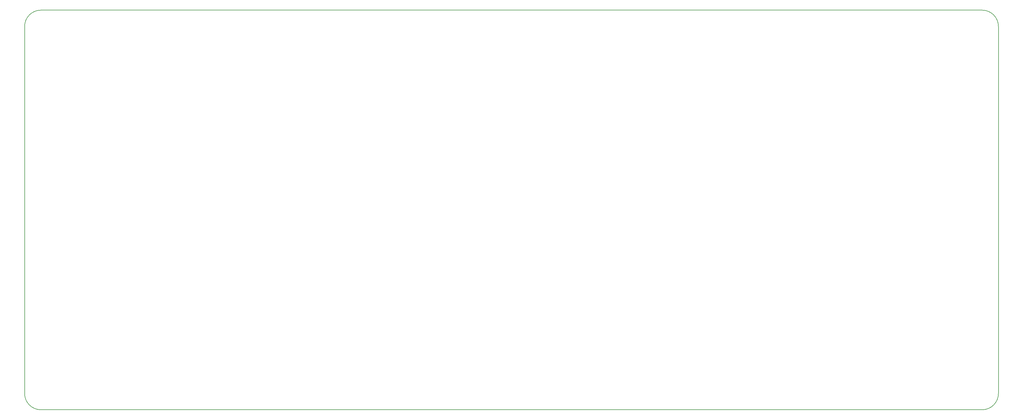
<source format=gbr>
G04 #@! TF.GenerationSoftware,KiCad,Pcbnew,(5.1.6)-1*
G04 #@! TF.CreationDate,2020-08-27T21:51:50+09:00*
G04 #@! TF.ProjectId,keyboard-layouter-playground,6b657962-6f61-4726-942d-6c61796f7574,rev?*
G04 #@! TF.SameCoordinates,Original*
G04 #@! TF.FileFunction,Profile,NP*
%FSLAX46Y46*%
G04 Gerber Fmt 4.6, Leading zero omitted, Abs format (unit mm)*
G04 Created by KiCad (PCBNEW (5.1.6)-1) date 2020-08-27 21:51:50*
%MOMM*%
%LPD*%
G01*
G04 APERTURE LIST*
G04 #@! TA.AperFunction,Profile*
%ADD10C,0.150000*%
G04 #@! TD*
G04 APERTURE END LIST*
D10*
X285750000Y-101600000D02*
G75*
G02*
X280670000Y-106680000I-5080000J0D01*
G01*
X-12700000Y-106680000D02*
G75*
G02*
X-17780000Y-101600000I0J5080000D01*
G01*
X-17780000Y12700000D02*
G75*
G02*
X-12700000Y17780000I5080000J0D01*
G01*
X280670000Y17780000D02*
G75*
G02*
X285750000Y12700000I0J-5080000D01*
G01*
X285750000Y-101600000D02*
X285750000Y12700000D01*
X-12700000Y-106680000D02*
X280670000Y-106680000D01*
X-17780000Y12700000D02*
X-17780000Y-101600000D01*
X280670000Y17780000D02*
X-12700000Y17780000D01*
M02*

</source>
